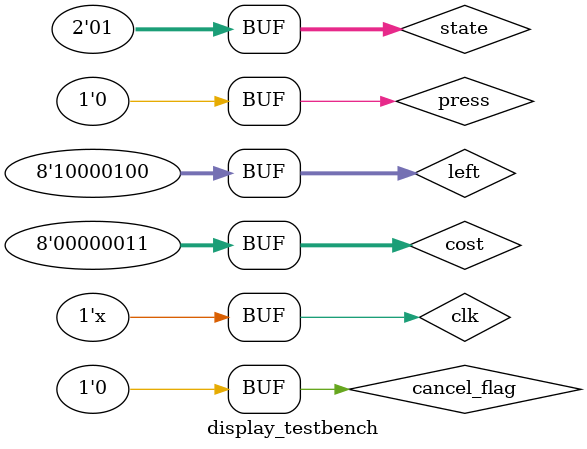
<source format=v>
`timescale 1ns / 1ps
module display_testbench(  );
    reg clk;            // Ê±ÖÓ
    reg press;            //È·ÈÏÐÅºÅ
    reg cancel_flag;      //È¡ÏûÐÅºÅ
    reg [1:0] state;      //×´Ì¬»ú×´Ì¬
    reg [7:0] cost;       //Ïû·Ñ¶î
    reg [7:0] left;       //Óà¶î
    wire [7:0] seg;   // ·Ö±ð¶ÔÓ¦CA¡¢CB¡¢CC¡¢CD¡¢CE¡¢CF¡¢CGºÍDP
    wire [7:0] an;   // 8Î»ÊýÂë¹ÜÆ¬Ñ¡ÐÅºÅ
    display mydisplay(
     .state(state), .cancel_flag(cancel_flag),
         .press(press), .cost(cost), .left(left),
          .clk_N(clk) ,  .seg(seg),  .an(an) );
always begin
    #5 clk <= ~clk;
end

initial begin

    clk = 1'b0;
    press = 1'b0;
    state = 2'b00;
    cost = 8'b00000000;
    left = 8'b00000000;
    cancel_flag = 1'b0;
    
    #50 state <= 2'b01;
    #100 state <=2'b10;
    #30 cost <= 8'b00000011;
    #50 left <= 8'b10000100;
    #20 press <= 1'b1;
    #5 state <= 2'b11;
    #20 press <= 1'b0;
    #100 cancel_flag <= 1'b1;
    #20 cancel_flag <= 1'b0;
    #100 state <= 2'b01;
end


endmodule

</source>
